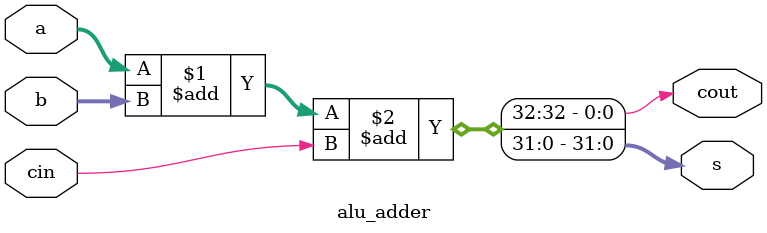
<source format=sv>
module alu_adder #(parameter N = 32)
(
    input logic [N-1:0] a,
    input logic [N-1:0] b,
    input logic cin,
    output logic [N-1:0] s,
    output logic cout
);

    assign {cout, s} = a + b + cin;
endmodule

</source>
